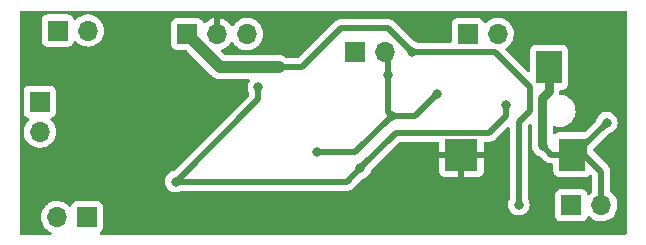
<source format=gbr>
%TF.GenerationSoftware,KiCad,Pcbnew,(6.0.2)*%
%TF.CreationDate,2022-05-27T23:56:07+02:00*%
%TF.ProjectId,EEC_v0,4545435f-7630-42e6-9b69-6361645f7063,rev?*%
%TF.SameCoordinates,Original*%
%TF.FileFunction,Copper,L2,Bot*%
%TF.FilePolarity,Positive*%
%FSLAX46Y46*%
G04 Gerber Fmt 4.6, Leading zero omitted, Abs format (unit mm)*
G04 Created by KiCad (PCBNEW (6.0.2)) date 2022-05-27 23:56:07*
%MOMM*%
%LPD*%
G01*
G04 APERTURE LIST*
%TA.AperFunction,ComponentPad*%
%ADD10R,1.700000X1.700000*%
%TD*%
%TA.AperFunction,ComponentPad*%
%ADD11O,1.700000X1.700000*%
%TD*%
%TA.AperFunction,SMDPad,CuDef*%
%ADD12R,2.200000X2.800000*%
%TD*%
%TA.AperFunction,SMDPad,CuDef*%
%ADD13R,2.800000X2.800000*%
%TD*%
%TA.AperFunction,ViaPad*%
%ADD14C,0.800000*%
%TD*%
%TA.AperFunction,Conductor*%
%ADD15C,0.500000*%
%TD*%
%TA.AperFunction,Conductor*%
%ADD16C,1.000000*%
%TD*%
%TA.AperFunction,Conductor*%
%ADD17C,0.750000*%
%TD*%
G04 APERTURE END LIST*
D10*
%TO.P,J3,1,Pin_1*%
%TO.N,Net-(J1-Pad1)*%
X83525000Y-104200000D03*
D11*
%TO.P,J3,2,Pin_2*%
%TO.N,Net-(J3-Pad2)*%
X86065000Y-104200000D03*
%TD*%
D10*
%TO.P,Entrada,1,Pin_1*%
%TO.N,Net-(J1-Pad1)*%
X82000000Y-110225000D03*
D11*
%TO.P,Entrada,2,Pin_2*%
%TO.N,Net-(J1-Pad2)*%
X82000000Y-112765000D03*
%TD*%
D10*
%TO.P,J5,1,Pin_1*%
%TO.N,/Sense*%
X108725000Y-106000000D03*
D11*
%TO.P,J5,2,Pin_2*%
%TO.N,Net-(C2-Pad2)*%
X111265000Y-106000000D03*
%TD*%
D10*
%TO.P,+/G/-,1,Pin_1*%
%TO.N,+VDC*%
X94475000Y-104500000D03*
D11*
%TO.P,+/G/-,2,Pin_2*%
%TO.N,Earth*%
X97015000Y-104500000D03*
%TO.P,+/G/-,3,Pin_3*%
%TO.N,-VDC*%
X99555000Y-104500000D03*
%TD*%
D10*
%TO.P,J4,1,Pin_1*%
%TO.N,Net-(J4-Pad1)*%
X86000000Y-120000000D03*
D11*
%TO.P,J4,2,Pin_2*%
%TO.N,Net-(J1-Pad2)*%
X83460000Y-120000000D03*
%TD*%
D10*
%TO.P,J8,1,Pin_1*%
%TO.N,Net-(C3-Pad2)*%
X127000000Y-119000000D03*
D11*
%TO.P,J8,2,Pin_2*%
%TO.N,Net-(J7-PadR)*%
X129540000Y-119000000D03*
%TD*%
D10*
%TO.P,J6,1,Pin_1*%
%TO.N,Net-(C2-Pad2)*%
X118225000Y-104500000D03*
D11*
%TO.P,J6,2,Pin_2*%
%TO.N,Net-(C3-Pad2)*%
X120765000Y-104500000D03*
%TD*%
D12*
%TO.P,Salida,R*%
%TO.N,Net-(J7-PadR)*%
X125100000Y-107300000D03*
%TO.P,Salida,S*%
X127100000Y-114700000D03*
D13*
%TO.P,Salida,T*%
%TO.N,Earth*%
X117700000Y-114700000D03*
%TD*%
D14*
%TO.N,Net-(C2-Pad2)*%
X115600000Y-109600000D03*
X111500000Y-108000000D03*
X105500000Y-114500000D03*
X111800000Y-111400000D03*
%TO.N,Earth*%
X110500000Y-120500000D03*
X99000000Y-120000000D03*
X114500000Y-120500000D03*
X115500000Y-104500000D03*
X119500000Y-120500000D03*
X107825000Y-120175000D03*
X122500000Y-106000000D03*
X103775000Y-104225000D03*
X94500000Y-113000000D03*
X89500000Y-120000000D03*
X119500000Y-117000000D03*
X130000000Y-109000000D03*
%TO.N,+VDC*%
X122550000Y-118950000D03*
X102225000Y-107275000D03*
X113500000Y-106000000D03*
%TO.N,-VDC*%
X93500000Y-117000000D03*
X109137500Y-115862500D03*
X100500000Y-109000000D03*
X121500000Y-110500000D03*
%TO.N,Net-(J7-PadR)*%
X124600000Y-114000000D03*
X130000000Y-112000000D03*
%TD*%
D15*
%TO.N,Net-(C2-Pad2)*%
X111500000Y-108000000D02*
X111500000Y-111100000D01*
X115600000Y-109600000D02*
X113800000Y-111400000D01*
X108700000Y-114500000D02*
X105500000Y-114500000D01*
X113800000Y-111400000D02*
X111800000Y-111400000D01*
X111800000Y-111400000D02*
X108700000Y-114500000D01*
X111500000Y-111100000D02*
X111800000Y-111400000D01*
X111500000Y-108000000D02*
X111500000Y-106235000D01*
X111500000Y-106235000D02*
X111265000Y-106000000D01*
%TO.N,+VDC*%
X123500000Y-111000000D02*
X123500000Y-109000000D01*
X123500000Y-109000000D02*
X120500000Y-106000000D01*
X122550000Y-111950000D02*
X123500000Y-111000000D01*
X111500000Y-104000000D02*
X113500000Y-106000000D01*
X107500000Y-104000000D02*
X111500000Y-104000000D01*
X102225000Y-107275000D02*
X104225000Y-107275000D01*
X122550000Y-118950000D02*
X122550000Y-111950000D01*
X104225000Y-107275000D02*
X107500000Y-104000000D01*
X120500000Y-106000000D02*
X113500000Y-106000000D01*
D16*
X94475000Y-104500000D02*
X97250000Y-107275000D01*
X97250000Y-107275000D02*
X102225000Y-107275000D01*
D15*
%TO.N,-VDC*%
X120058023Y-112850489D02*
X121500000Y-111408512D01*
X93500000Y-117000000D02*
X100500000Y-110000000D01*
X108000000Y-117000000D02*
X109137500Y-115862500D01*
X109137500Y-115862500D02*
X112149511Y-112850489D01*
X93500000Y-117000000D02*
X108000000Y-117000000D01*
X121500000Y-111408512D02*
X121500000Y-110500000D01*
X100500000Y-110000000D02*
X100500000Y-109000000D01*
X112149511Y-112850489D02*
X120058023Y-112850489D01*
D17*
%TO.N,Net-(J7-PadR)*%
X124525479Y-109874521D02*
X124525479Y-111610768D01*
D15*
X129540000Y-119000000D02*
X129540000Y-116140000D01*
X128100000Y-114700000D02*
X128100000Y-113900000D01*
D17*
X124525479Y-113925479D02*
X124600000Y-114000000D01*
D15*
X129540000Y-116140000D02*
X128100000Y-114700000D01*
X125300000Y-114700000D02*
X124600000Y-114000000D01*
X127100000Y-114700000D02*
X125300000Y-114700000D01*
D17*
X125100000Y-109300000D02*
X124525479Y-109874521D01*
D15*
X128100000Y-114700000D02*
X127700000Y-114700000D01*
X128100000Y-113900000D02*
X130000000Y-112000000D01*
D17*
X125100000Y-107300000D02*
X125100000Y-109300000D01*
D15*
X124525479Y-111610768D02*
X124525479Y-113925479D01*
D17*
X124525479Y-109874521D02*
X124525479Y-113925479D01*
%TD*%
%TA.AperFunction,Conductor*%
%TO.N,Earth*%
G36*
X131634121Y-102528002D02*
G01*
X131680614Y-102581658D01*
X131692000Y-102634000D01*
X131692000Y-121366000D01*
X131671998Y-121434121D01*
X131618342Y-121480614D01*
X131566000Y-121492000D01*
X87219559Y-121492000D01*
X87151438Y-121471998D01*
X87104945Y-121418342D01*
X87094841Y-121348068D01*
X87124335Y-121283488D01*
X87143994Y-121265174D01*
X87206080Y-121218643D01*
X87206081Y-121218642D01*
X87213261Y-121213261D01*
X87300615Y-121096705D01*
X87351745Y-120960316D01*
X87358500Y-120898134D01*
X87358500Y-119101866D01*
X87351745Y-119039684D01*
X87300615Y-118903295D01*
X87213261Y-118786739D01*
X87096705Y-118699385D01*
X86960316Y-118648255D01*
X86898134Y-118641500D01*
X85101866Y-118641500D01*
X85039684Y-118648255D01*
X84903295Y-118699385D01*
X84786739Y-118786739D01*
X84699385Y-118903295D01*
X84696233Y-118911703D01*
X84654919Y-119021907D01*
X84612277Y-119078671D01*
X84545716Y-119103371D01*
X84476367Y-119088163D01*
X84443743Y-119062476D01*
X84393151Y-119006875D01*
X84393142Y-119006866D01*
X84389670Y-119003051D01*
X84385619Y-118999852D01*
X84385615Y-118999848D01*
X84218414Y-118867800D01*
X84218410Y-118867798D01*
X84214359Y-118864598D01*
X84018789Y-118756638D01*
X84013920Y-118754914D01*
X84013916Y-118754912D01*
X83813087Y-118683795D01*
X83813083Y-118683794D01*
X83808212Y-118682069D01*
X83803119Y-118681162D01*
X83803116Y-118681161D01*
X83593373Y-118643800D01*
X83593367Y-118643799D01*
X83588284Y-118642894D01*
X83514452Y-118641992D01*
X83370081Y-118640228D01*
X83370079Y-118640228D01*
X83364911Y-118640165D01*
X83144091Y-118673955D01*
X82931756Y-118743357D01*
X82733607Y-118846507D01*
X82729474Y-118849610D01*
X82729471Y-118849612D01*
X82595767Y-118950000D01*
X82554965Y-118980635D01*
X82515525Y-119021907D01*
X82461280Y-119078671D01*
X82400629Y-119142138D01*
X82274743Y-119326680D01*
X82272564Y-119331375D01*
X82191296Y-119506453D01*
X82180688Y-119529305D01*
X82120989Y-119744570D01*
X82097251Y-119966695D01*
X82097548Y-119971848D01*
X82097548Y-119971851D01*
X82105896Y-120116632D01*
X82110110Y-120189715D01*
X82111247Y-120194761D01*
X82111248Y-120194767D01*
X82128017Y-120269174D01*
X82159222Y-120407639D01*
X82243266Y-120614616D01*
X82359987Y-120805088D01*
X82506250Y-120973938D01*
X82678126Y-121116632D01*
X82871000Y-121229338D01*
X82875825Y-121231180D01*
X82875826Y-121231181D01*
X82920630Y-121248290D01*
X82977133Y-121291278D01*
X83001426Y-121357989D01*
X82985796Y-121427244D01*
X82935204Y-121477054D01*
X82875681Y-121492000D01*
X80434000Y-121492000D01*
X80365879Y-121471998D01*
X80319386Y-121418342D01*
X80308000Y-121366000D01*
X80308000Y-117000000D01*
X92586496Y-117000000D01*
X92606458Y-117189928D01*
X92665473Y-117371556D01*
X92760960Y-117536944D01*
X92765378Y-117541851D01*
X92765379Y-117541852D01*
X92855435Y-117641869D01*
X92888747Y-117678866D01*
X92916989Y-117699385D01*
X93037904Y-117787235D01*
X93043248Y-117791118D01*
X93049276Y-117793802D01*
X93049278Y-117793803D01*
X93211681Y-117866109D01*
X93217712Y-117868794D01*
X93311112Y-117888647D01*
X93398056Y-117907128D01*
X93398061Y-117907128D01*
X93404513Y-117908500D01*
X93595487Y-117908500D01*
X93601939Y-117907128D01*
X93601944Y-117907128D01*
X93688888Y-117888647D01*
X93782288Y-117868794D01*
X93788319Y-117866109D01*
X93950722Y-117793803D01*
X93950724Y-117793802D01*
X93956752Y-117791118D01*
X93962091Y-117787239D01*
X93962098Y-117787235D01*
X93968528Y-117782563D01*
X94042587Y-117758500D01*
X107932930Y-117758500D01*
X107951880Y-117759933D01*
X107966115Y-117762099D01*
X107966119Y-117762099D01*
X107973349Y-117763199D01*
X107980641Y-117762606D01*
X107980644Y-117762606D01*
X108026018Y-117758915D01*
X108036233Y-117758500D01*
X108044293Y-117758500D01*
X108057583Y-117756951D01*
X108072507Y-117755211D01*
X108076882Y-117754778D01*
X108142339Y-117749454D01*
X108142342Y-117749453D01*
X108149637Y-117748860D01*
X108156601Y-117746604D01*
X108162560Y-117745413D01*
X108168415Y-117744029D01*
X108175681Y-117743182D01*
X108244327Y-117718265D01*
X108248455Y-117716848D01*
X108310936Y-117696607D01*
X108310938Y-117696606D01*
X108317899Y-117694351D01*
X108324154Y-117690555D01*
X108329628Y-117688049D01*
X108335058Y-117685330D01*
X108341937Y-117682833D01*
X108402976Y-117642814D01*
X108406680Y-117640477D01*
X108469107Y-117602595D01*
X108477484Y-117595197D01*
X108477508Y-117595224D01*
X108480500Y-117592571D01*
X108483733Y-117589868D01*
X108489852Y-117585856D01*
X108543128Y-117529617D01*
X108545506Y-117527175D01*
X109293831Y-116778850D01*
X109356728Y-116744699D01*
X109413324Y-116732669D01*
X109413333Y-116732666D01*
X109419788Y-116731294D01*
X109425819Y-116728609D01*
X109588222Y-116656303D01*
X109588224Y-116656302D01*
X109594252Y-116653618D01*
X109620251Y-116634729D01*
X109656859Y-116608131D01*
X109748753Y-116541366D01*
X109814234Y-116468642D01*
X109872121Y-116404352D01*
X109872122Y-116404351D01*
X109876540Y-116399444D01*
X109972027Y-116234056D01*
X110001071Y-116144669D01*
X115792001Y-116144669D01*
X115792371Y-116151490D01*
X115797895Y-116202352D01*
X115801521Y-116217604D01*
X115846676Y-116338054D01*
X115855214Y-116353649D01*
X115931715Y-116455724D01*
X115944276Y-116468285D01*
X116046351Y-116544786D01*
X116061946Y-116553324D01*
X116182394Y-116598478D01*
X116197649Y-116602105D01*
X116248514Y-116607631D01*
X116255328Y-116608000D01*
X117427885Y-116608000D01*
X117443124Y-116603525D01*
X117444329Y-116602135D01*
X117446000Y-116594452D01*
X117446000Y-116589884D01*
X117954000Y-116589884D01*
X117958475Y-116605123D01*
X117959865Y-116606328D01*
X117967548Y-116607999D01*
X119144669Y-116607999D01*
X119151490Y-116607629D01*
X119202352Y-116602105D01*
X119217604Y-116598479D01*
X119338054Y-116553324D01*
X119353649Y-116544786D01*
X119455724Y-116468285D01*
X119468285Y-116455724D01*
X119544786Y-116353649D01*
X119553324Y-116338054D01*
X119598478Y-116217606D01*
X119602105Y-116202351D01*
X119607631Y-116151486D01*
X119608000Y-116144672D01*
X119608000Y-114972115D01*
X119603525Y-114956876D01*
X119602135Y-114955671D01*
X119594452Y-114954000D01*
X117972115Y-114954000D01*
X117956876Y-114958475D01*
X117955671Y-114959865D01*
X117954000Y-114967548D01*
X117954000Y-116589884D01*
X117446000Y-116589884D01*
X117446000Y-114972115D01*
X117441525Y-114956876D01*
X117440135Y-114955671D01*
X117432452Y-114954000D01*
X115810116Y-114954000D01*
X115794877Y-114958475D01*
X115793672Y-114959865D01*
X115792001Y-114967548D01*
X115792001Y-116144669D01*
X110001071Y-116144669D01*
X110026887Y-116065214D01*
X110057625Y-116015056D01*
X112426787Y-113645894D01*
X112489099Y-113611868D01*
X112515882Y-113608989D01*
X115666000Y-113608989D01*
X115734121Y-113628991D01*
X115780614Y-113682647D01*
X115792000Y-113734989D01*
X115792000Y-114427885D01*
X115796475Y-114443124D01*
X115797865Y-114444329D01*
X115805548Y-114446000D01*
X119589884Y-114446000D01*
X119605123Y-114441525D01*
X119606328Y-114440135D01*
X119607999Y-114432452D01*
X119607999Y-113734989D01*
X119628001Y-113666868D01*
X119681657Y-113620375D01*
X119733999Y-113608989D01*
X119990953Y-113608989D01*
X120009903Y-113610422D01*
X120024138Y-113612588D01*
X120024142Y-113612588D01*
X120031372Y-113613688D01*
X120038664Y-113613095D01*
X120038667Y-113613095D01*
X120084041Y-113609404D01*
X120094256Y-113608989D01*
X120102316Y-113608989D01*
X120115606Y-113607440D01*
X120130530Y-113605700D01*
X120134905Y-113605267D01*
X120200362Y-113599943D01*
X120200365Y-113599942D01*
X120207660Y-113599349D01*
X120214624Y-113597093D01*
X120220583Y-113595902D01*
X120226438Y-113594518D01*
X120233704Y-113593671D01*
X120302350Y-113568754D01*
X120306478Y-113567337D01*
X120368959Y-113547096D01*
X120368961Y-113547095D01*
X120375922Y-113544840D01*
X120382177Y-113541044D01*
X120387651Y-113538538D01*
X120393081Y-113535819D01*
X120399960Y-113533322D01*
X120460999Y-113493303D01*
X120464703Y-113490966D01*
X120527130Y-113453084D01*
X120535507Y-113445686D01*
X120535531Y-113445713D01*
X120538523Y-113443060D01*
X120541756Y-113440357D01*
X120547875Y-113436345D01*
X120601151Y-113380106D01*
X120603529Y-113377664D01*
X121576405Y-112404788D01*
X121638717Y-112370762D01*
X121709532Y-112375827D01*
X121766368Y-112418374D01*
X121791179Y-112484894D01*
X121791500Y-112493883D01*
X121791500Y-118413001D01*
X121774619Y-118476000D01*
X121715473Y-118578444D01*
X121656458Y-118760072D01*
X121655768Y-118766633D01*
X121655768Y-118766635D01*
X121647373Y-118846507D01*
X121636496Y-118950000D01*
X121637186Y-118956565D01*
X121652458Y-119101866D01*
X121656458Y-119139928D01*
X121715473Y-119321556D01*
X121810960Y-119486944D01*
X121815378Y-119491851D01*
X121815379Y-119491852D01*
X121849102Y-119529305D01*
X121938747Y-119628866D01*
X122093248Y-119741118D01*
X122099276Y-119743802D01*
X122099278Y-119743803D01*
X122261681Y-119816109D01*
X122267712Y-119818794D01*
X122361112Y-119838647D01*
X122448056Y-119857128D01*
X122448061Y-119857128D01*
X122454513Y-119858500D01*
X122645487Y-119858500D01*
X122651939Y-119857128D01*
X122651944Y-119857128D01*
X122738888Y-119838647D01*
X122832288Y-119818794D01*
X122838319Y-119816109D01*
X123000722Y-119743803D01*
X123000724Y-119743802D01*
X123006752Y-119741118D01*
X123161253Y-119628866D01*
X123250898Y-119529305D01*
X123284621Y-119491852D01*
X123284622Y-119491851D01*
X123289040Y-119486944D01*
X123384527Y-119321556D01*
X123443542Y-119139928D01*
X123447543Y-119101866D01*
X123462814Y-118956565D01*
X123463504Y-118950000D01*
X123452627Y-118846507D01*
X123444232Y-118766635D01*
X123444232Y-118766633D01*
X123443542Y-118760072D01*
X123384527Y-118578444D01*
X123325381Y-118476000D01*
X123308500Y-118413001D01*
X123308500Y-112316371D01*
X123328502Y-112248250D01*
X123345405Y-112227276D01*
X123426884Y-112145797D01*
X123489196Y-112111771D01*
X123560011Y-112116836D01*
X123616847Y-112159383D01*
X123641658Y-112225903D01*
X123641979Y-112234892D01*
X123641979Y-113846022D01*
X123640428Y-113865734D01*
X123638329Y-113878986D01*
X123638674Y-113885573D01*
X123638674Y-113885577D01*
X123641806Y-113945329D01*
X123641979Y-113951924D01*
X123641979Y-113971785D01*
X123642323Y-113975056D01*
X123644055Y-113991538D01*
X123644572Y-113998112D01*
X123646343Y-114031895D01*
X123648049Y-114064450D01*
X123651521Y-114077408D01*
X123655124Y-114096851D01*
X123656525Y-114110181D01*
X123677057Y-114173373D01*
X123678923Y-114179675D01*
X123696117Y-114243842D01*
X123699113Y-114249721D01*
X123699116Y-114249730D01*
X123702207Y-114255796D01*
X123709771Y-114274058D01*
X123711871Y-114280522D01*
X123711874Y-114280530D01*
X123713915Y-114286810D01*
X123717217Y-114292529D01*
X123717219Y-114292534D01*
X123747133Y-114344346D01*
X123750266Y-114350116D01*
X123780432Y-114409318D01*
X123784588Y-114414450D01*
X123788870Y-114419738D01*
X123800068Y-114436031D01*
X123806775Y-114447648D01*
X123811198Y-114452560D01*
X123812398Y-114454212D01*
X123819580Y-114465272D01*
X123860960Y-114536944D01*
X123988747Y-114678866D01*
X124143248Y-114791118D01*
X124149276Y-114793802D01*
X124149278Y-114793803D01*
X124309799Y-114865271D01*
X124317712Y-114868794D01*
X124324167Y-114870166D01*
X124324176Y-114870169D01*
X124380772Y-114882199D01*
X124443669Y-114916350D01*
X124716230Y-115188911D01*
X124728616Y-115203323D01*
X124737149Y-115214918D01*
X124737154Y-115214923D01*
X124741492Y-115220818D01*
X124747070Y-115225557D01*
X124747073Y-115225560D01*
X124781768Y-115255035D01*
X124789284Y-115261965D01*
X124794979Y-115267660D01*
X124797861Y-115269940D01*
X124817251Y-115285281D01*
X124820655Y-115288072D01*
X124870703Y-115330591D01*
X124876285Y-115335333D01*
X124882801Y-115338661D01*
X124887838Y-115342020D01*
X124892977Y-115345194D01*
X124898716Y-115349734D01*
X124905349Y-115352834D01*
X124964837Y-115380636D01*
X124968791Y-115382569D01*
X125033808Y-115415769D01*
X125040924Y-115417510D01*
X125046554Y-115419604D01*
X125052321Y-115421523D01*
X125058950Y-115424621D01*
X125066110Y-115426110D01*
X125066112Y-115426111D01*
X125130396Y-115439482D01*
X125134680Y-115440452D01*
X125205610Y-115457808D01*
X125211212Y-115458156D01*
X125211215Y-115458156D01*
X125216764Y-115458500D01*
X125216762Y-115458536D01*
X125220752Y-115458775D01*
X125224950Y-115459150D01*
X125232115Y-115460640D01*
X125309504Y-115458546D01*
X125312912Y-115458500D01*
X125365500Y-115458500D01*
X125433621Y-115478502D01*
X125480114Y-115532158D01*
X125491500Y-115584500D01*
X125491500Y-116148134D01*
X125498255Y-116210316D01*
X125549385Y-116346705D01*
X125636739Y-116463261D01*
X125753295Y-116550615D01*
X125889684Y-116601745D01*
X125951866Y-116608500D01*
X128248134Y-116608500D01*
X128310316Y-116601745D01*
X128446705Y-116550615D01*
X128563261Y-116463261D01*
X128567354Y-116457800D01*
X128628717Y-116424292D01*
X128699532Y-116429357D01*
X128756368Y-116471904D01*
X128781179Y-116538424D01*
X128781500Y-116547413D01*
X128781500Y-117807655D01*
X128761498Y-117875776D01*
X128731153Y-117908415D01*
X128731040Y-117908500D01*
X128634965Y-117980635D01*
X128578537Y-118039684D01*
X128554283Y-118065064D01*
X128492759Y-118100494D01*
X128421846Y-118097037D01*
X128364060Y-118055791D01*
X128345207Y-118022243D01*
X128303767Y-117911703D01*
X128300615Y-117903295D01*
X128213261Y-117786739D01*
X128096705Y-117699385D01*
X127960316Y-117648255D01*
X127898134Y-117641500D01*
X126101866Y-117641500D01*
X126039684Y-117648255D01*
X125903295Y-117699385D01*
X125786739Y-117786739D01*
X125699385Y-117903295D01*
X125648255Y-118039684D01*
X125641500Y-118101866D01*
X125641500Y-119898134D01*
X125648255Y-119960316D01*
X125699385Y-120096705D01*
X125786739Y-120213261D01*
X125903295Y-120300615D01*
X126039684Y-120351745D01*
X126101866Y-120358500D01*
X127898134Y-120358500D01*
X127960316Y-120351745D01*
X128096705Y-120300615D01*
X128213261Y-120213261D01*
X128300615Y-120096705D01*
X128322799Y-120037529D01*
X128344598Y-119979382D01*
X128387240Y-119922618D01*
X128453802Y-119897918D01*
X128523150Y-119913126D01*
X128557817Y-119941114D01*
X128586250Y-119973938D01*
X128758126Y-120116632D01*
X128951000Y-120229338D01*
X129159692Y-120309030D01*
X129164760Y-120310061D01*
X129164763Y-120310062D01*
X129272017Y-120331883D01*
X129378597Y-120353567D01*
X129383772Y-120353757D01*
X129383774Y-120353757D01*
X129596673Y-120361564D01*
X129596677Y-120361564D01*
X129601837Y-120361753D01*
X129606957Y-120361097D01*
X129606959Y-120361097D01*
X129818288Y-120334025D01*
X129818289Y-120334025D01*
X129823416Y-120333368D01*
X129828366Y-120331883D01*
X130032429Y-120270661D01*
X130032434Y-120270659D01*
X130037384Y-120269174D01*
X130237994Y-120170896D01*
X130419860Y-120041173D01*
X130578096Y-119883489D01*
X130708453Y-119702077D01*
X130807430Y-119501811D01*
X130872370Y-119288069D01*
X130901529Y-119066590D01*
X130901630Y-119062476D01*
X130903074Y-119003365D01*
X130903074Y-119003361D01*
X130903156Y-119000000D01*
X130884852Y-118777361D01*
X130830431Y-118560702D01*
X130741354Y-118355840D01*
X130620014Y-118168277D01*
X130469670Y-118003051D01*
X130346407Y-117905703D01*
X130305345Y-117847785D01*
X130298500Y-117806821D01*
X130298500Y-116207070D01*
X130299933Y-116188120D01*
X130302099Y-116173885D01*
X130302099Y-116173881D01*
X130303199Y-116166651D01*
X130301412Y-116144672D01*
X130298915Y-116113982D01*
X130298500Y-116103767D01*
X130298500Y-116095707D01*
X130297095Y-116083650D01*
X130295211Y-116067497D01*
X130294778Y-116063121D01*
X130289454Y-115997662D01*
X130289453Y-115997659D01*
X130288860Y-115990364D01*
X130286604Y-115983400D01*
X130285417Y-115977461D01*
X130284030Y-115971590D01*
X130283182Y-115964319D01*
X130280686Y-115957443D01*
X130280684Y-115957434D01*
X130258275Y-115895702D01*
X130256865Y-115891598D01*
X130234352Y-115822101D01*
X130230556Y-115815846D01*
X130228057Y-115810387D01*
X130225329Y-115804939D01*
X130222833Y-115798063D01*
X130182805Y-115737010D01*
X130180481Y-115733327D01*
X130145500Y-115675680D01*
X130145499Y-115675679D01*
X130142595Y-115670893D01*
X130135198Y-115662517D01*
X130135225Y-115662493D01*
X130132570Y-115659499D01*
X130129868Y-115656268D01*
X130125856Y-115650148D01*
X130069617Y-115596872D01*
X130067175Y-115594494D01*
X128895405Y-114422724D01*
X128861379Y-114360412D01*
X128858500Y-114333629D01*
X128858500Y-114266371D01*
X128878502Y-114198250D01*
X128895405Y-114177276D01*
X130156331Y-112916350D01*
X130219228Y-112882199D01*
X130275824Y-112870169D01*
X130275833Y-112870166D01*
X130282288Y-112868794D01*
X130288319Y-112866109D01*
X130450722Y-112793803D01*
X130450724Y-112793802D01*
X130456752Y-112791118D01*
X130611253Y-112678866D01*
X130739040Y-112536944D01*
X130807497Y-112418374D01*
X130831223Y-112377279D01*
X130831224Y-112377278D01*
X130834527Y-112371556D01*
X130893542Y-112189928D01*
X130896753Y-112159383D01*
X130912814Y-112006565D01*
X130913504Y-112000000D01*
X130893542Y-111810072D01*
X130834527Y-111628444D01*
X130824749Y-111611507D01*
X130776978Y-111528767D01*
X130739040Y-111463056D01*
X130618238Y-111328891D01*
X130615675Y-111326045D01*
X130615674Y-111326044D01*
X130611253Y-111321134D01*
X130456752Y-111208882D01*
X130450724Y-111206198D01*
X130450722Y-111206197D01*
X130288319Y-111133891D01*
X130288318Y-111133891D01*
X130282288Y-111131206D01*
X130183755Y-111110262D01*
X130101944Y-111092872D01*
X130101939Y-111092872D01*
X130095487Y-111091500D01*
X129904513Y-111091500D01*
X129898061Y-111092872D01*
X129898056Y-111092872D01*
X129816245Y-111110262D01*
X129717712Y-111131206D01*
X129711682Y-111133891D01*
X129711681Y-111133891D01*
X129549278Y-111206197D01*
X129549276Y-111206198D01*
X129543248Y-111208882D01*
X129388747Y-111321134D01*
X129384326Y-111326044D01*
X129384325Y-111326045D01*
X129381763Y-111328891D01*
X129260960Y-111463056D01*
X129223022Y-111528767D01*
X129175252Y-111611507D01*
X129165473Y-111628444D01*
X129126599Y-111748087D01*
X129110613Y-111797285D01*
X129079875Y-111847444D01*
X128172724Y-112754595D01*
X128110412Y-112788621D01*
X128083629Y-112791500D01*
X125951866Y-112791500D01*
X125889684Y-112798255D01*
X125753295Y-112849385D01*
X125636739Y-112936739D01*
X125631358Y-112943919D01*
X125625008Y-112950269D01*
X125622600Y-112947861D01*
X125578935Y-112980504D01*
X125508116Y-112985523D01*
X125445826Y-112951458D01*
X125411841Y-112889124D01*
X125408979Y-112862420D01*
X125408979Y-112410509D01*
X125428981Y-112342388D01*
X125482637Y-112295895D01*
X125552911Y-112285791D01*
X125577970Y-112292070D01*
X125588508Y-112295895D01*
X125644825Y-112316337D01*
X125650074Y-112317286D01*
X125650077Y-112317287D01*
X125867608Y-112356623D01*
X125867615Y-112356624D01*
X125871692Y-112357361D01*
X125889414Y-112358197D01*
X125894356Y-112358430D01*
X125894363Y-112358430D01*
X125895844Y-112358500D01*
X126057890Y-112358500D01*
X126124809Y-112352822D01*
X126224409Y-112344371D01*
X126224413Y-112344370D01*
X126229720Y-112343920D01*
X126234875Y-112342582D01*
X126234881Y-112342581D01*
X126447703Y-112287343D01*
X126447707Y-112287342D01*
X126452872Y-112286001D01*
X126457738Y-112283809D01*
X126457741Y-112283808D01*
X126604629Y-112217640D01*
X126663075Y-112191312D01*
X126854319Y-112062559D01*
X127021135Y-111903424D01*
X127158754Y-111718458D01*
X127164254Y-111707642D01*
X127255197Y-111528768D01*
X127263240Y-111512949D01*
X127278733Y-111463056D01*
X127330024Y-111297871D01*
X127331607Y-111292773D01*
X127343082Y-111206197D01*
X127361198Y-111069511D01*
X127361198Y-111069506D01*
X127361898Y-111064226D01*
X127353249Y-110833842D01*
X127305907Y-110608209D01*
X127235251Y-110429297D01*
X127223185Y-110398744D01*
X127223184Y-110398742D01*
X127221224Y-110393779D01*
X127217255Y-110387237D01*
X127104390Y-110201243D01*
X127101623Y-110196683D01*
X127076255Y-110167449D01*
X126954023Y-110026588D01*
X126954021Y-110026586D01*
X126950523Y-110022555D01*
X126888325Y-109971556D01*
X126776373Y-109879760D01*
X126776367Y-109879756D01*
X126772245Y-109876376D01*
X126767609Y-109873737D01*
X126767606Y-109873735D01*
X126576529Y-109764968D01*
X126571886Y-109762325D01*
X126355175Y-109683663D01*
X126349926Y-109682714D01*
X126349923Y-109682713D01*
X126132392Y-109643377D01*
X126132385Y-109643376D01*
X126128308Y-109642639D01*
X126110586Y-109641803D01*
X126105644Y-109641570D01*
X126105637Y-109641570D01*
X126104156Y-109641500D01*
X126090517Y-109641500D01*
X126022396Y-109621498D01*
X125975903Y-109567842D01*
X125965799Y-109497568D01*
X125967042Y-109490588D01*
X125968954Y-109484702D01*
X125970356Y-109471364D01*
X125973958Y-109451931D01*
X125975718Y-109445361D01*
X125975719Y-109445354D01*
X125977429Y-109438972D01*
X125980905Y-109372654D01*
X125981422Y-109366080D01*
X125983156Y-109349579D01*
X125983500Y-109346306D01*
X125983500Y-109334500D01*
X126003502Y-109266379D01*
X126057158Y-109219886D01*
X126109500Y-109208500D01*
X126248134Y-109208500D01*
X126310316Y-109201745D01*
X126446705Y-109150615D01*
X126563261Y-109063261D01*
X126650615Y-108946705D01*
X126701745Y-108810316D01*
X126708500Y-108748134D01*
X126708500Y-105851866D01*
X126701745Y-105789684D01*
X126650615Y-105653295D01*
X126563261Y-105536739D01*
X126446705Y-105449385D01*
X126310316Y-105398255D01*
X126248134Y-105391500D01*
X123951866Y-105391500D01*
X123889684Y-105398255D01*
X123753295Y-105449385D01*
X123636739Y-105536739D01*
X123549385Y-105653295D01*
X123498255Y-105789684D01*
X123491500Y-105851866D01*
X123491500Y-107614629D01*
X123471498Y-107682750D01*
X123417842Y-107729243D01*
X123347568Y-107739347D01*
X123282988Y-107709853D01*
X123276405Y-107703724D01*
X121439664Y-105866983D01*
X121405638Y-105804671D01*
X121410703Y-105733856D01*
X121453250Y-105677020D01*
X121460762Y-105671989D01*
X121462994Y-105670896D01*
X121467198Y-105667898D01*
X121467202Y-105667895D01*
X121556932Y-105603891D01*
X121644860Y-105541173D01*
X121652693Y-105533368D01*
X121784991Y-105401531D01*
X121803096Y-105383489D01*
X121913307Y-105230114D01*
X121930435Y-105206277D01*
X121933453Y-105202077D01*
X121942575Y-105183621D01*
X122030136Y-105006453D01*
X122030137Y-105006451D01*
X122032430Y-105001811D01*
X122097370Y-104788069D01*
X122126529Y-104566590D01*
X122128156Y-104500000D01*
X122109852Y-104277361D01*
X122055431Y-104060702D01*
X121966354Y-103855840D01*
X121908053Y-103765720D01*
X121847822Y-103672617D01*
X121847820Y-103672614D01*
X121845014Y-103668277D01*
X121694670Y-103503051D01*
X121690619Y-103499852D01*
X121690615Y-103499848D01*
X121523414Y-103367800D01*
X121523410Y-103367798D01*
X121519359Y-103364598D01*
X121483028Y-103344542D01*
X121433930Y-103317439D01*
X121323789Y-103256638D01*
X121318920Y-103254914D01*
X121318916Y-103254912D01*
X121118087Y-103183795D01*
X121118083Y-103183794D01*
X121113212Y-103182069D01*
X121108119Y-103181162D01*
X121108116Y-103181161D01*
X120898373Y-103143800D01*
X120898367Y-103143799D01*
X120893284Y-103142894D01*
X120819452Y-103141992D01*
X120675081Y-103140228D01*
X120675079Y-103140228D01*
X120669911Y-103140165D01*
X120449091Y-103173955D01*
X120236756Y-103243357D01*
X120204653Y-103260069D01*
X120094969Y-103317167D01*
X120038607Y-103346507D01*
X120034474Y-103349610D01*
X120034471Y-103349612D01*
X119864100Y-103477530D01*
X119859965Y-103480635D01*
X119787648Y-103556311D01*
X119779283Y-103565064D01*
X119717759Y-103600494D01*
X119646846Y-103597037D01*
X119589060Y-103555791D01*
X119570207Y-103522243D01*
X119528767Y-103411703D01*
X119525615Y-103403295D01*
X119438261Y-103286739D01*
X119321705Y-103199385D01*
X119185316Y-103148255D01*
X119123134Y-103141500D01*
X117326866Y-103141500D01*
X117264684Y-103148255D01*
X117128295Y-103199385D01*
X117011739Y-103286739D01*
X116924385Y-103403295D01*
X116873255Y-103539684D01*
X116866500Y-103601866D01*
X116866500Y-105115500D01*
X116846498Y-105183621D01*
X116792842Y-105230114D01*
X116740500Y-105241500D01*
X114042587Y-105241500D01*
X113968528Y-105217437D01*
X113962098Y-105212765D01*
X113962091Y-105212761D01*
X113956752Y-105208882D01*
X113950724Y-105206198D01*
X113950722Y-105206197D01*
X113788319Y-105133891D01*
X113788318Y-105133891D01*
X113782288Y-105131206D01*
X113775833Y-105129834D01*
X113775824Y-105129831D01*
X113719228Y-105117801D01*
X113656331Y-105083650D01*
X112083770Y-103511089D01*
X112071384Y-103496677D01*
X112062851Y-103485082D01*
X112062846Y-103485077D01*
X112058508Y-103479182D01*
X112052930Y-103474443D01*
X112052927Y-103474440D01*
X112018232Y-103444965D01*
X112010716Y-103438035D01*
X112005021Y-103432340D01*
X111998880Y-103427482D01*
X111982749Y-103414719D01*
X111979345Y-103411928D01*
X111929297Y-103369409D01*
X111929295Y-103369408D01*
X111923715Y-103364667D01*
X111917199Y-103361339D01*
X111912150Y-103357972D01*
X111907021Y-103354805D01*
X111901284Y-103350266D01*
X111835125Y-103319345D01*
X111831225Y-103317439D01*
X111766192Y-103284231D01*
X111759084Y-103282492D01*
X111753441Y-103280393D01*
X111747678Y-103278476D01*
X111741050Y-103275378D01*
X111669583Y-103260513D01*
X111665299Y-103259543D01*
X111653427Y-103256638D01*
X111594390Y-103242192D01*
X111588788Y-103241844D01*
X111588785Y-103241844D01*
X111583236Y-103241500D01*
X111583238Y-103241464D01*
X111579245Y-103241225D01*
X111575053Y-103240851D01*
X111567885Y-103239360D01*
X111504120Y-103241085D01*
X111490479Y-103241454D01*
X111487072Y-103241500D01*
X107567063Y-103241500D01*
X107548114Y-103240067D01*
X107545596Y-103239684D01*
X107526651Y-103236802D01*
X107519359Y-103237395D01*
X107519356Y-103237395D01*
X107473991Y-103241085D01*
X107463777Y-103241500D01*
X107455707Y-103241500D01*
X107452087Y-103241922D01*
X107452069Y-103241923D01*
X107427461Y-103244792D01*
X107423100Y-103245224D01*
X107397981Y-103247267D01*
X107357661Y-103250546D01*
X107357658Y-103250547D01*
X107350363Y-103251140D01*
X107343399Y-103253396D01*
X107337440Y-103254587D01*
X107331585Y-103255971D01*
X107324319Y-103256818D01*
X107255673Y-103281735D01*
X107251545Y-103283152D01*
X107189064Y-103303393D01*
X107189062Y-103303394D01*
X107182101Y-103305649D01*
X107175846Y-103309445D01*
X107170372Y-103311951D01*
X107164942Y-103314670D01*
X107158063Y-103317167D01*
X107097016Y-103357191D01*
X107093327Y-103359518D01*
X107077028Y-103369409D01*
X107035693Y-103394491D01*
X107035688Y-103394495D01*
X107030892Y-103397405D01*
X107022516Y-103404803D01*
X107022493Y-103404777D01*
X107019503Y-103407426D01*
X107016264Y-103410134D01*
X107010148Y-103414144D01*
X107005121Y-103419451D01*
X107005117Y-103419454D01*
X106956872Y-103470383D01*
X106954494Y-103472825D01*
X103947724Y-106479595D01*
X103885412Y-106513621D01*
X103858629Y-106516500D01*
X102935929Y-106516500D01*
X102867808Y-106496498D01*
X102854949Y-106487030D01*
X102797526Y-106438846D01*
X102792128Y-106435879D01*
X102792123Y-106435875D01*
X102629608Y-106346533D01*
X102629609Y-106346533D01*
X102624213Y-106343567D01*
X102618346Y-106341706D01*
X102618344Y-106341705D01*
X102441564Y-106285627D01*
X102441563Y-106285627D01*
X102435694Y-106283765D01*
X102281773Y-106266500D01*
X97719924Y-106266500D01*
X97651803Y-106246498D01*
X97630829Y-106229595D01*
X97398090Y-105996856D01*
X97364064Y-105934544D01*
X97369129Y-105863729D01*
X97411676Y-105806893D01*
X97450978Y-105787075D01*
X97507252Y-105770192D01*
X97516842Y-105766433D01*
X97708095Y-105672739D01*
X97716945Y-105667464D01*
X97890328Y-105543792D01*
X97898200Y-105537139D01*
X98049052Y-105386812D01*
X98055730Y-105378965D01*
X98183022Y-105201819D01*
X98184279Y-105202722D01*
X98231373Y-105159362D01*
X98301311Y-105147145D01*
X98366751Y-105174678D01*
X98394579Y-105206511D01*
X98409043Y-105230114D01*
X98454987Y-105305088D01*
X98601250Y-105473938D01*
X98773126Y-105616632D01*
X98966000Y-105729338D01*
X99174692Y-105809030D01*
X99179760Y-105810061D01*
X99179763Y-105810062D01*
X99287017Y-105831883D01*
X99393597Y-105853567D01*
X99398772Y-105853757D01*
X99398774Y-105853757D01*
X99611673Y-105861564D01*
X99611677Y-105861564D01*
X99616837Y-105861753D01*
X99621957Y-105861097D01*
X99621959Y-105861097D01*
X99833288Y-105834025D01*
X99833289Y-105834025D01*
X99838416Y-105833368D01*
X99843366Y-105831883D01*
X100047429Y-105770661D01*
X100047434Y-105770659D01*
X100052384Y-105769174D01*
X100252994Y-105670896D01*
X100434860Y-105541173D01*
X100442693Y-105533368D01*
X100574991Y-105401531D01*
X100593096Y-105383489D01*
X100703307Y-105230114D01*
X100720435Y-105206277D01*
X100723453Y-105202077D01*
X100732575Y-105183621D01*
X100820136Y-105006453D01*
X100820137Y-105006451D01*
X100822430Y-105001811D01*
X100887370Y-104788069D01*
X100916529Y-104566590D01*
X100918156Y-104500000D01*
X100899852Y-104277361D01*
X100845431Y-104060702D01*
X100756354Y-103855840D01*
X100698053Y-103765720D01*
X100637822Y-103672617D01*
X100637820Y-103672614D01*
X100635014Y-103668277D01*
X100484670Y-103503051D01*
X100480619Y-103499852D01*
X100480615Y-103499848D01*
X100313414Y-103367800D01*
X100313410Y-103367798D01*
X100309359Y-103364598D01*
X100273028Y-103344542D01*
X100223930Y-103317439D01*
X100113789Y-103256638D01*
X100108920Y-103254914D01*
X100108916Y-103254912D01*
X99908087Y-103183795D01*
X99908083Y-103183794D01*
X99903212Y-103182069D01*
X99898119Y-103181162D01*
X99898116Y-103181161D01*
X99688373Y-103143800D01*
X99688367Y-103143799D01*
X99683284Y-103142894D01*
X99609452Y-103141992D01*
X99465081Y-103140228D01*
X99465079Y-103140228D01*
X99459911Y-103140165D01*
X99239091Y-103173955D01*
X99026756Y-103243357D01*
X98994653Y-103260069D01*
X98884969Y-103317167D01*
X98828607Y-103346507D01*
X98824474Y-103349610D01*
X98824471Y-103349612D01*
X98654100Y-103477530D01*
X98649965Y-103480635D01*
X98611227Y-103521172D01*
X98538729Y-103597037D01*
X98495629Y-103642138D01*
X98492715Y-103646410D01*
X98492714Y-103646411D01*
X98387898Y-103800066D01*
X98332987Y-103845069D01*
X98262462Y-103853240D01*
X98198715Y-103821986D01*
X98178018Y-103797502D01*
X98097426Y-103672926D01*
X98091136Y-103664757D01*
X97947806Y-103507240D01*
X97940273Y-103500215D01*
X97773139Y-103368222D01*
X97764552Y-103362517D01*
X97578117Y-103259599D01*
X97568705Y-103255369D01*
X97367959Y-103184280D01*
X97357988Y-103181646D01*
X97286837Y-103168972D01*
X97273540Y-103170432D01*
X97269000Y-103184989D01*
X97269000Y-104628000D01*
X97248998Y-104696121D01*
X97195342Y-104742614D01*
X97143000Y-104754000D01*
X96887000Y-104754000D01*
X96818879Y-104733998D01*
X96772386Y-104680342D01*
X96761000Y-104628000D01*
X96761000Y-103183102D01*
X96757082Y-103169758D01*
X96742806Y-103167771D01*
X96704324Y-103173660D01*
X96694288Y-103176051D01*
X96491868Y-103242212D01*
X96482359Y-103246209D01*
X96293463Y-103344542D01*
X96284738Y-103350036D01*
X96114433Y-103477905D01*
X96106726Y-103484748D01*
X96029478Y-103565584D01*
X95967954Y-103601014D01*
X95897042Y-103597557D01*
X95839255Y-103556311D01*
X95820402Y-103522763D01*
X95778767Y-103411703D01*
X95775615Y-103403295D01*
X95688261Y-103286739D01*
X95571705Y-103199385D01*
X95435316Y-103148255D01*
X95373134Y-103141500D01*
X93576866Y-103141500D01*
X93514684Y-103148255D01*
X93378295Y-103199385D01*
X93261739Y-103286739D01*
X93174385Y-103403295D01*
X93123255Y-103539684D01*
X93116500Y-103601866D01*
X93116500Y-105398134D01*
X93123255Y-105460316D01*
X93174385Y-105596705D01*
X93261739Y-105713261D01*
X93378295Y-105800615D01*
X93514684Y-105851745D01*
X93576866Y-105858500D01*
X94355075Y-105858500D01*
X94423196Y-105878502D01*
X94444170Y-105895405D01*
X96493145Y-107944379D01*
X96502247Y-107954522D01*
X96525968Y-107984025D01*
X96545006Y-108000000D01*
X96564421Y-108016291D01*
X96568069Y-108019472D01*
X96569881Y-108021115D01*
X96572075Y-108023309D01*
X96605349Y-108050642D01*
X96606147Y-108051304D01*
X96677474Y-108111154D01*
X96682144Y-108113722D01*
X96686261Y-108117103D01*
X96768120Y-108160995D01*
X96769280Y-108161624D01*
X96845389Y-108203466D01*
X96845394Y-108203468D01*
X96850787Y-108206433D01*
X96855865Y-108208044D01*
X96860563Y-108210563D01*
X96949498Y-108237753D01*
X96950702Y-108238128D01*
X97039306Y-108266235D01*
X97044597Y-108266828D01*
X97049698Y-108268388D01*
X97142311Y-108277795D01*
X97143431Y-108277915D01*
X97193227Y-108283500D01*
X97196756Y-108283500D01*
X97197739Y-108283555D01*
X97203426Y-108284003D01*
X97223683Y-108286060D01*
X97240336Y-108287752D01*
X97240339Y-108287752D01*
X97246463Y-108288374D01*
X97292112Y-108284059D01*
X97303969Y-108283500D01*
X99646388Y-108283500D01*
X99714509Y-108303502D01*
X99761002Y-108357158D01*
X99771106Y-108427432D01*
X99755507Y-108472500D01*
X99718269Y-108536999D01*
X99665473Y-108628444D01*
X99606458Y-108810072D01*
X99605768Y-108816633D01*
X99605768Y-108816635D01*
X99600527Y-108866500D01*
X99586496Y-109000000D01*
X99587186Y-109006565D01*
X99592608Y-109058148D01*
X99606458Y-109189928D01*
X99665473Y-109371556D01*
X99668776Y-109377278D01*
X99668777Y-109377279D01*
X99724619Y-109473999D01*
X99741500Y-109536999D01*
X99741500Y-109633629D01*
X99721498Y-109701750D01*
X99704595Y-109722724D01*
X93343669Y-116083650D01*
X93280772Y-116117801D01*
X93224176Y-116129831D01*
X93224167Y-116129834D01*
X93217712Y-116131206D01*
X93211682Y-116133891D01*
X93211681Y-116133891D01*
X93049278Y-116206197D01*
X93049276Y-116206198D01*
X93043248Y-116208882D01*
X93037907Y-116212762D01*
X93037906Y-116212763D01*
X93008599Y-116234056D01*
X92888747Y-116321134D01*
X92760960Y-116463056D01*
X92757659Y-116468774D01*
X92677491Y-116607629D01*
X92665473Y-116628444D01*
X92606458Y-116810072D01*
X92586496Y-117000000D01*
X80308000Y-117000000D01*
X80308000Y-112731695D01*
X80637251Y-112731695D01*
X80637548Y-112736848D01*
X80637548Y-112736851D01*
X80649715Y-112947861D01*
X80650110Y-112954715D01*
X80651247Y-112959761D01*
X80651248Y-112959767D01*
X80657053Y-112985523D01*
X80699222Y-113172639D01*
X80783266Y-113379616D01*
X80821561Y-113442108D01*
X80885898Y-113547096D01*
X80899987Y-113570088D01*
X81046250Y-113738938D01*
X81187182Y-113855942D01*
X81207092Y-113872471D01*
X81218126Y-113881632D01*
X81411000Y-113994338D01*
X81619692Y-114074030D01*
X81624760Y-114075061D01*
X81624763Y-114075062D01*
X81731860Y-114096851D01*
X81838597Y-114118567D01*
X81843772Y-114118757D01*
X81843774Y-114118757D01*
X82056673Y-114126564D01*
X82056677Y-114126564D01*
X82061837Y-114126753D01*
X82066957Y-114126097D01*
X82066959Y-114126097D01*
X82278288Y-114099025D01*
X82278289Y-114099025D01*
X82283416Y-114098368D01*
X82288366Y-114096883D01*
X82492429Y-114035661D01*
X82492434Y-114035659D01*
X82497384Y-114034174D01*
X82697994Y-113935896D01*
X82879860Y-113806173D01*
X82947649Y-113738621D01*
X83003818Y-113682647D01*
X83038096Y-113648489D01*
X83066480Y-113608989D01*
X83165435Y-113471277D01*
X83168453Y-113467077D01*
X83180794Y-113442108D01*
X83265136Y-113271453D01*
X83265137Y-113271451D01*
X83267430Y-113266811D01*
X83332370Y-113053069D01*
X83361529Y-112831590D01*
X83362276Y-112801029D01*
X83363074Y-112768365D01*
X83363074Y-112768361D01*
X83363156Y-112765000D01*
X83344852Y-112542361D01*
X83290431Y-112325702D01*
X83201354Y-112120840D01*
X83080014Y-111933277D01*
X83075578Y-111928402D01*
X82932798Y-111771488D01*
X82901746Y-111707642D01*
X82910141Y-111637143D01*
X82955317Y-111582375D01*
X82981761Y-111568706D01*
X83088297Y-111528767D01*
X83096705Y-111525615D01*
X83213261Y-111438261D01*
X83300615Y-111321705D01*
X83351745Y-111185316D01*
X83358500Y-111123134D01*
X83358500Y-109326866D01*
X83351745Y-109264684D01*
X83300615Y-109128295D01*
X83213261Y-109011739D01*
X83096705Y-108924385D01*
X82960316Y-108873255D01*
X82898134Y-108866500D01*
X81101866Y-108866500D01*
X81039684Y-108873255D01*
X80903295Y-108924385D01*
X80786739Y-109011739D01*
X80699385Y-109128295D01*
X80648255Y-109264684D01*
X80641500Y-109326866D01*
X80641500Y-111123134D01*
X80648255Y-111185316D01*
X80699385Y-111321705D01*
X80786739Y-111438261D01*
X80903295Y-111525615D01*
X80911704Y-111528767D01*
X80911705Y-111528768D01*
X81020451Y-111569535D01*
X81077216Y-111612176D01*
X81101916Y-111678738D01*
X81086709Y-111748087D01*
X81067316Y-111774568D01*
X81021867Y-111822128D01*
X80940629Y-111907138D01*
X80937715Y-111911410D01*
X80937714Y-111911411D01*
X80864834Y-112018250D01*
X80814743Y-112091680D01*
X80772184Y-112183365D01*
X80723920Y-112287343D01*
X80720688Y-112294305D01*
X80660989Y-112509570D01*
X80637251Y-112731695D01*
X80308000Y-112731695D01*
X80308000Y-105098134D01*
X82166500Y-105098134D01*
X82173255Y-105160316D01*
X82224385Y-105296705D01*
X82311739Y-105413261D01*
X82428295Y-105500615D01*
X82564684Y-105551745D01*
X82626866Y-105558500D01*
X84423134Y-105558500D01*
X84485316Y-105551745D01*
X84621705Y-105500615D01*
X84738261Y-105413261D01*
X84825615Y-105296705D01*
X84845309Y-105244171D01*
X84869598Y-105179382D01*
X84912240Y-105122618D01*
X84978802Y-105097918D01*
X85048150Y-105113126D01*
X85082817Y-105141114D01*
X85111250Y-105173938D01*
X85283126Y-105316632D01*
X85476000Y-105429338D01*
X85684692Y-105509030D01*
X85689760Y-105510061D01*
X85689763Y-105510062D01*
X85794437Y-105531358D01*
X85903597Y-105553567D01*
X85908772Y-105553757D01*
X85908774Y-105553757D01*
X86121673Y-105561564D01*
X86121677Y-105561564D01*
X86126837Y-105561753D01*
X86131957Y-105561097D01*
X86131959Y-105561097D01*
X86343288Y-105534025D01*
X86343289Y-105534025D01*
X86348416Y-105533368D01*
X86355116Y-105531358D01*
X86557429Y-105470661D01*
X86557434Y-105470659D01*
X86562384Y-105469174D01*
X86762994Y-105370896D01*
X86944860Y-105241173D01*
X86973368Y-105212765D01*
X87045268Y-105141115D01*
X87103096Y-105083489D01*
X87147106Y-105022243D01*
X87230435Y-104906277D01*
X87233453Y-104902077D01*
X87292335Y-104782939D01*
X87330136Y-104706453D01*
X87330137Y-104706451D01*
X87332430Y-104701811D01*
X87397370Y-104488069D01*
X87426529Y-104266590D01*
X87428156Y-104200000D01*
X87409852Y-103977361D01*
X87355431Y-103760702D01*
X87266354Y-103555840D01*
X87192485Y-103441656D01*
X87147822Y-103372617D01*
X87147820Y-103372614D01*
X87145014Y-103368277D01*
X86994670Y-103203051D01*
X86990619Y-103199852D01*
X86990615Y-103199848D01*
X86823414Y-103067800D01*
X86823410Y-103067798D01*
X86819359Y-103064598D01*
X86623789Y-102956638D01*
X86618920Y-102954914D01*
X86618916Y-102954912D01*
X86418087Y-102883795D01*
X86418083Y-102883794D01*
X86413212Y-102882069D01*
X86408119Y-102881162D01*
X86408116Y-102881161D01*
X86198373Y-102843800D01*
X86198367Y-102843799D01*
X86193284Y-102842894D01*
X86119452Y-102841992D01*
X85975081Y-102840228D01*
X85975079Y-102840228D01*
X85969911Y-102840165D01*
X85749091Y-102873955D01*
X85536756Y-102943357D01*
X85338607Y-103046507D01*
X85334474Y-103049610D01*
X85334471Y-103049612D01*
X85166070Y-103176051D01*
X85159965Y-103180635D01*
X85084779Y-103259313D01*
X85079283Y-103265064D01*
X85017759Y-103300494D01*
X84946846Y-103297037D01*
X84889060Y-103255791D01*
X84870207Y-103222243D01*
X84828767Y-103111703D01*
X84825615Y-103103295D01*
X84738261Y-102986739D01*
X84621705Y-102899385D01*
X84485316Y-102848255D01*
X84423134Y-102841500D01*
X82626866Y-102841500D01*
X82564684Y-102848255D01*
X82428295Y-102899385D01*
X82311739Y-102986739D01*
X82224385Y-103103295D01*
X82173255Y-103239684D01*
X82166500Y-103301866D01*
X82166500Y-105098134D01*
X80308000Y-105098134D01*
X80308000Y-102634000D01*
X80328002Y-102565879D01*
X80381658Y-102519386D01*
X80434000Y-102508000D01*
X131566000Y-102508000D01*
X131634121Y-102528002D01*
G37*
%TD.AperFunction*%
%TD*%
M02*

</source>
